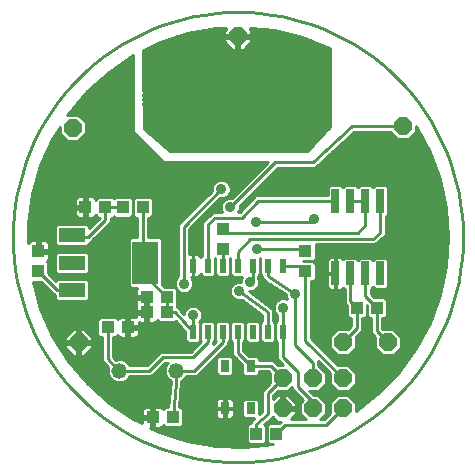
<source format=gtl>
G75*
G70*
%OFA0B0*%
%FSLAX24Y24*%
%IPPOS*%
%LPD*%
%AMOC8*
5,1,8,0,0,1.08239X$1,22.5*
%
%ADD10C,0.0100*%
%ADD11R,0.0236X0.0472*%
%ADD12C,0.0520*%
%ADD13R,0.0260X0.0800*%
%ADD14OC8,0.0600*%
%ADD15R,0.0315X0.0394*%
%ADD16R,0.0394X0.0433*%
%ADD17R,0.0433X0.0394*%
%ADD18R,0.0880X0.0480*%
%ADD19R,0.0866X0.1417*%
%ADD20C,0.0360*%
%ADD21C,0.0160*%
D10*
X002846Y002823D02*
X003843Y002823D01*
X003884Y002807D02*
X004039Y002807D01*
X004182Y002866D01*
X004292Y002976D01*
X004309Y003017D01*
X005033Y003017D01*
X005486Y003470D01*
X005576Y003470D01*
X005531Y003424D01*
X005471Y003281D01*
X005471Y003126D01*
X005531Y002982D01*
X005640Y002873D01*
X005668Y002861D01*
X005593Y001977D01*
X005476Y001977D01*
X005422Y001923D01*
X005413Y001939D01*
X005385Y001967D01*
X005351Y001987D01*
X005313Y001997D01*
X005125Y001997D01*
X005125Y001698D01*
X005028Y001698D01*
X005028Y001602D01*
X004710Y001602D01*
X004710Y001442D01*
X004411Y001588D01*
X003602Y002134D01*
X002876Y002787D01*
X002248Y003536D01*
X001731Y004364D01*
X001333Y005256D01*
X001072Y006169D01*
X001353Y006169D01*
X001812Y005710D01*
X001821Y005710D01*
X001821Y005596D01*
X001897Y005520D01*
X002885Y005520D01*
X002961Y005596D01*
X002961Y006184D01*
X002885Y006260D01*
X001897Y006260D01*
X001834Y006197D01*
X001588Y006443D01*
X001588Y006786D01*
X001535Y006839D01*
X001550Y006848D01*
X001578Y006876D01*
X001598Y006910D01*
X001608Y006948D01*
X001608Y007136D01*
X001310Y007136D01*
X001310Y007233D01*
X001608Y007233D01*
X001608Y007421D01*
X001598Y007459D01*
X001578Y007493D01*
X001550Y007521D01*
X001516Y007541D01*
X001478Y007551D01*
X001310Y007551D01*
X001310Y007233D01*
X001213Y007233D01*
X001213Y007551D01*
X001045Y007551D01*
X001007Y007541D01*
X000972Y007521D01*
X000944Y007493D01*
X000928Y007465D01*
X000928Y008138D01*
X001064Y009105D01*
X001333Y010044D01*
X001731Y010936D01*
X001981Y011337D01*
X001981Y011122D01*
X002233Y010870D01*
X002589Y010870D01*
X002841Y011122D01*
X002841Y011478D01*
X002589Y011730D01*
X002233Y011730D01*
X002216Y011712D01*
X002248Y011764D01*
X002876Y012513D01*
X003602Y013166D01*
X004411Y013712D01*
X004411Y011150D01*
X005411Y010150D01*
X008907Y010150D01*
X007717Y008960D01*
X007600Y008960D01*
X007486Y008913D01*
X007399Y008826D01*
X007351Y008712D01*
X007351Y008588D01*
X007396Y008480D01*
X007171Y008480D01*
X007107Y008487D01*
X007098Y008480D01*
X007087Y008480D01*
X007041Y008434D01*
X006848Y008280D01*
X006837Y008280D01*
X006791Y008234D01*
X006741Y008194D01*
X006739Y008183D01*
X006731Y008175D01*
X006731Y008110D01*
X006724Y008046D01*
X006731Y008037D01*
X006731Y007061D01*
X006669Y006998D01*
X006649Y007031D01*
X006622Y007059D01*
X006587Y007078D01*
X006549Y007089D01*
X006420Y007089D01*
X006420Y006711D01*
X006402Y006711D01*
X006402Y007089D01*
X006291Y007089D01*
X006291Y007925D01*
X007306Y008940D01*
X007423Y008940D01*
X007537Y008987D01*
X007624Y009074D01*
X007671Y009188D01*
X007671Y009312D01*
X007624Y009426D01*
X007537Y009513D01*
X007423Y009560D01*
X007300Y009560D01*
X007186Y009513D01*
X007099Y009426D01*
X007051Y009312D01*
X007051Y009195D01*
X005931Y008075D01*
X005931Y006358D01*
X005849Y006276D01*
X005801Y006162D01*
X005801Y006038D01*
X005834Y005959D01*
X005816Y005977D01*
X005474Y005977D01*
X005394Y006056D01*
X005394Y007563D01*
X005318Y007639D01*
X004926Y007639D01*
X004926Y008303D01*
X004997Y008303D01*
X005073Y008380D01*
X005073Y008920D01*
X004997Y008997D01*
X004495Y008997D01*
X004419Y008920D01*
X004419Y008380D01*
X004495Y008303D01*
X004566Y008303D01*
X004566Y007639D01*
X004344Y007639D01*
X004268Y007563D01*
X004268Y006037D01*
X004344Y005961D01*
X004563Y005961D01*
X004540Y005939D01*
X004520Y005905D01*
X004510Y005867D01*
X004510Y005698D01*
X004828Y005698D01*
X004828Y005602D01*
X004510Y005602D01*
X004510Y005433D01*
X004519Y005400D01*
X004510Y005367D01*
X004510Y005198D01*
X004828Y005198D01*
X004828Y005102D01*
X004510Y005102D01*
X004510Y004989D01*
X004482Y004997D01*
X004294Y004997D01*
X004294Y004698D01*
X004613Y004698D01*
X004613Y004811D01*
X004640Y004803D01*
X004828Y004803D01*
X004828Y005102D01*
X004925Y005102D01*
X004925Y004803D01*
X005113Y004803D01*
X005151Y004813D01*
X005185Y004833D01*
X005213Y004861D01*
X005222Y004877D01*
X005276Y004823D01*
X005816Y004823D01*
X005842Y004849D01*
X006163Y004501D01*
X006163Y004208D01*
X006239Y004131D01*
X006583Y004131D01*
X006659Y004208D01*
X006659Y004788D01*
X006623Y004824D01*
X006674Y004874D01*
X006721Y004988D01*
X006721Y005112D01*
X006674Y005226D01*
X006587Y005313D01*
X006473Y005360D01*
X006350Y005360D01*
X006236Y005313D01*
X006149Y005226D01*
X006101Y005112D01*
X006101Y005099D01*
X005989Y005220D01*
X005989Y005225D01*
X005939Y005275D01*
X005893Y005325D01*
X005893Y005880D01*
X005936Y005837D01*
X006050Y005790D01*
X006173Y005790D01*
X006287Y005837D01*
X006374Y005924D01*
X006421Y006038D01*
X006421Y006162D01*
X006374Y006276D01*
X006334Y006316D01*
X006402Y006316D01*
X006402Y006693D01*
X006420Y006693D01*
X006420Y006316D01*
X006549Y006316D01*
X006587Y006326D01*
X006622Y006346D01*
X006649Y006374D01*
X006669Y006407D01*
X006739Y006336D01*
X007083Y006336D01*
X007159Y006412D01*
X007159Y006939D01*
X007163Y006939D01*
X007163Y006412D01*
X007239Y006336D01*
X007583Y006336D01*
X007659Y006412D01*
X007659Y006939D01*
X007663Y006939D01*
X007663Y006412D01*
X007739Y006336D01*
X008059Y006336D01*
X008049Y006326D01*
X008001Y006212D01*
X008001Y006160D01*
X007900Y006160D01*
X007786Y006113D01*
X007699Y006026D01*
X007651Y005912D01*
X007651Y005788D01*
X007699Y005674D01*
X007786Y005587D01*
X007900Y005540D01*
X008023Y005540D01*
X008059Y005555D01*
X008731Y005059D01*
X008731Y004856D01*
X008663Y004788D01*
X008663Y004208D01*
X008739Y004131D01*
X009083Y004131D01*
X009159Y004208D01*
X009159Y004788D01*
X009091Y004856D01*
X009091Y005091D01*
X009100Y005103D01*
X009091Y005164D01*
X009091Y005225D01*
X009080Y005235D01*
X009078Y005251D01*
X009029Y005287D01*
X008986Y005330D01*
X008970Y005330D01*
X008278Y005840D01*
X008373Y005840D01*
X008487Y005887D01*
X008574Y005974D01*
X008621Y006088D01*
X008621Y006212D01*
X008591Y006284D01*
X008591Y006344D01*
X008659Y006412D01*
X008659Y006955D01*
X008663Y006957D01*
X008663Y006412D01*
X008728Y006347D01*
X008731Y006332D01*
X008731Y006275D01*
X008746Y006261D01*
X008749Y006242D01*
X008797Y006210D01*
X008837Y006170D01*
X008857Y006170D01*
X009501Y005740D01*
X009501Y005688D01*
X009546Y005580D01*
X009473Y005610D01*
X009350Y005610D01*
X009236Y005563D01*
X009149Y005476D01*
X009101Y005362D01*
X009101Y005238D01*
X009149Y005124D01*
X009231Y005042D01*
X009231Y004856D01*
X009163Y004788D01*
X009163Y004208D01*
X009231Y004139D01*
X009231Y003575D01*
X009337Y003470D01*
X009427Y003380D01*
X009236Y003380D01*
X009077Y003539D01*
X008632Y003539D01*
X008632Y003609D01*
X008556Y003686D01*
X008272Y003686D01*
X008091Y003866D01*
X008091Y004139D01*
X008159Y004208D01*
X008159Y004788D01*
X008083Y004864D01*
X007739Y004864D01*
X007663Y004788D01*
X007663Y004208D01*
X007731Y004139D01*
X007731Y003717D01*
X007837Y003612D01*
X008057Y003392D01*
X008057Y003108D01*
X008133Y003032D01*
X008556Y003032D01*
X008632Y003108D01*
X008632Y003179D01*
X008928Y003179D01*
X008981Y003125D01*
X008981Y002775D01*
X008731Y002525D01*
X008731Y001835D01*
X008632Y001754D01*
X008632Y002192D01*
X008556Y002268D01*
X008133Y002268D01*
X008057Y002192D01*
X008057Y001691D01*
X008133Y001614D01*
X008452Y001614D01*
X008406Y001568D01*
X008355Y001527D01*
X008354Y001516D01*
X008347Y001509D01*
X008347Y001447D01*
X008276Y001447D01*
X008200Y001370D01*
X008200Y000830D01*
X008276Y000753D01*
X008777Y000753D01*
X008854Y000830D01*
X008854Y001370D01*
X008799Y001425D01*
X008976Y001570D01*
X008986Y001570D01*
X009032Y001616D01*
X009074Y001651D01*
X009225Y001500D01*
X009341Y001500D01*
X009316Y001475D01*
X009288Y001447D01*
X008945Y001447D01*
X008869Y001370D01*
X008869Y000830D01*
X008945Y000753D01*
X009099Y000753D01*
X008156Y000654D01*
X007180Y000688D01*
X006218Y000858D01*
X005289Y001160D01*
X004995Y001303D01*
X005028Y001303D01*
X005028Y001602D01*
X005125Y001602D01*
X005125Y001303D01*
X005313Y001303D01*
X005351Y001313D01*
X005385Y001333D01*
X005413Y001361D01*
X005422Y001377D01*
X005476Y001323D01*
X006016Y001323D01*
X006093Y001399D01*
X006093Y001901D01*
X006016Y001977D01*
X005954Y001977D01*
X006029Y002850D01*
X006082Y002873D01*
X006192Y002982D01*
X006209Y003023D01*
X006539Y003023D01*
X007486Y003970D01*
X007591Y004075D01*
X007591Y004139D01*
X007659Y004208D01*
X007659Y004788D01*
X007583Y004864D01*
X007239Y004864D01*
X007163Y004788D01*
X007163Y004208D01*
X007189Y004182D01*
X007091Y004085D01*
X007091Y004139D01*
X007159Y004208D01*
X007159Y004788D01*
X007083Y004864D01*
X006739Y004864D01*
X006663Y004788D01*
X006663Y004208D01*
X006689Y004182D01*
X006337Y003830D01*
X005337Y003830D01*
X005231Y003725D01*
X004883Y003377D01*
X004309Y003377D01*
X004292Y003418D01*
X004182Y003527D01*
X004039Y003587D01*
X003884Y003587D01*
X003843Y003570D01*
X003757Y003656D01*
X003757Y004323D01*
X003847Y004323D01*
X003900Y004377D01*
X003909Y004361D01*
X003937Y004333D01*
X003972Y004313D01*
X004010Y004303D01*
X004198Y004303D01*
X004198Y004602D01*
X004294Y004602D01*
X004294Y004303D01*
X004482Y004303D01*
X004520Y004313D01*
X004555Y004333D01*
X004583Y004361D01*
X004602Y004395D01*
X004613Y004433D01*
X004613Y004602D01*
X004294Y004602D01*
X004294Y004698D01*
X004198Y004698D01*
X004198Y004997D01*
X004010Y004997D01*
X003972Y004987D01*
X003937Y004967D01*
X003909Y004939D01*
X003900Y004923D01*
X003847Y004977D01*
X003306Y004977D01*
X003230Y004901D01*
X003230Y004399D01*
X003306Y004323D01*
X003397Y004323D01*
X003397Y003507D01*
X003588Y003315D01*
X003571Y003274D01*
X003571Y003119D01*
X003631Y002976D01*
X003740Y002866D01*
X003884Y002807D01*
X004079Y002823D02*
X005665Y002823D01*
X005657Y002725D02*
X002945Y002725D01*
X003055Y002626D02*
X005648Y002626D01*
X005640Y002528D02*
X003164Y002528D01*
X003273Y002429D02*
X005632Y002429D01*
X005623Y002331D02*
X003383Y002331D01*
X003492Y002232D02*
X005615Y002232D01*
X005606Y002134D02*
X003602Y002134D01*
X003748Y002035D02*
X005598Y002035D01*
X005436Y001937D02*
X005414Y001937D01*
X005125Y001937D02*
X005028Y001937D01*
X005028Y001997D02*
X004840Y001997D01*
X004802Y001987D01*
X004768Y001967D01*
X004740Y001939D01*
X004720Y001905D01*
X004710Y001867D01*
X004710Y001698D01*
X005028Y001698D01*
X005028Y001997D01*
X005028Y001838D02*
X005125Y001838D01*
X005125Y001740D02*
X005028Y001740D01*
X005028Y001641D02*
X004332Y001641D01*
X004186Y001740D02*
X004710Y001740D01*
X004710Y001838D02*
X004040Y001838D01*
X003894Y001937D02*
X004739Y001937D01*
X004710Y001543D02*
X004503Y001543D01*
X004705Y001444D02*
X004710Y001444D01*
X005028Y001444D02*
X005125Y001444D01*
X005125Y001346D02*
X005028Y001346D01*
X005109Y001247D02*
X008200Y001247D01*
X008200Y001149D02*
X005322Y001149D01*
X005398Y001346D02*
X005453Y001346D01*
X005625Y001050D02*
X008200Y001050D01*
X008200Y000952D02*
X005928Y000952D01*
X006243Y000853D02*
X008200Y000853D01*
X008274Y000755D02*
X006802Y000755D01*
X006039Y001346D02*
X008200Y001346D01*
X008274Y001444D02*
X006093Y001444D01*
X006093Y001543D02*
X008375Y001543D01*
X008527Y001435D02*
X008911Y001750D01*
X008911Y002450D01*
X009411Y002950D01*
X009003Y003359D01*
X008344Y003359D01*
X007911Y003792D01*
X007911Y004498D01*
X007663Y004498D02*
X007659Y004498D01*
X007659Y004596D02*
X007663Y004596D01*
X007659Y004695D02*
X007663Y004695D01*
X007654Y004793D02*
X007669Y004793D01*
X007411Y004498D02*
X007411Y004150D01*
X006465Y003203D01*
X005861Y003203D01*
X005877Y003188D01*
X005746Y001650D01*
X006093Y001641D02*
X007212Y001641D01*
X007201Y001652D02*
X007229Y001624D01*
X007263Y001605D01*
X007301Y001594D01*
X007450Y001594D01*
X007450Y001913D01*
X007507Y001913D01*
X007507Y001970D01*
X007786Y001970D01*
X007786Y002158D01*
X007776Y002196D01*
X007756Y002230D01*
X007728Y002258D01*
X007694Y002278D01*
X007655Y002288D01*
X007507Y002288D01*
X007507Y001970D01*
X007450Y001970D01*
X007450Y002288D01*
X007301Y002288D01*
X007263Y002278D01*
X007229Y002258D01*
X007201Y002230D01*
X007181Y002196D01*
X007171Y002158D01*
X007171Y001970D01*
X007450Y001970D01*
X007450Y001913D01*
X007171Y001913D01*
X007171Y001725D01*
X007181Y001687D01*
X007201Y001652D01*
X007171Y001740D02*
X006093Y001740D01*
X006093Y001838D02*
X007171Y001838D01*
X007171Y002035D02*
X005959Y002035D01*
X005968Y002134D02*
X007171Y002134D01*
X007203Y002232D02*
X005976Y002232D01*
X005985Y002331D02*
X008731Y002331D01*
X008731Y002429D02*
X005993Y002429D01*
X006001Y002528D02*
X008735Y002528D01*
X008833Y002626D02*
X006010Y002626D01*
X006018Y002725D02*
X008932Y002725D01*
X008981Y002823D02*
X006026Y002823D01*
X006132Y002922D02*
X008981Y002922D01*
X008981Y003020D02*
X006208Y003020D01*
X006635Y003119D02*
X007191Y003119D01*
X007191Y003108D02*
X007267Y003032D01*
X007690Y003032D01*
X007766Y003108D01*
X007766Y003609D01*
X007690Y003686D01*
X007267Y003686D01*
X007191Y003609D01*
X007191Y003108D01*
X007191Y003217D02*
X006733Y003217D01*
X006832Y003316D02*
X007191Y003316D01*
X007191Y003414D02*
X006930Y003414D01*
X007029Y003513D02*
X007191Y003513D01*
X007193Y003611D02*
X007127Y003611D01*
X007226Y003710D02*
X007739Y003710D01*
X007731Y003808D02*
X007324Y003808D01*
X007423Y003907D02*
X007731Y003907D01*
X007731Y004005D02*
X007521Y004005D01*
X007591Y004104D02*
X007731Y004104D01*
X007668Y004202D02*
X007654Y004202D01*
X007659Y004301D02*
X007663Y004301D01*
X007659Y004399D02*
X007663Y004399D01*
X008091Y004104D02*
X009231Y004104D01*
X009231Y004005D02*
X008091Y004005D01*
X008091Y003907D02*
X009231Y003907D01*
X009231Y003808D02*
X008149Y003808D01*
X008248Y003710D02*
X009231Y003710D01*
X009231Y003611D02*
X008630Y003611D01*
X009103Y003513D02*
X009294Y003513D01*
X009201Y003414D02*
X009392Y003414D01*
X009411Y003650D02*
X009411Y004498D01*
X009411Y005300D01*
X009122Y005187D02*
X009091Y005187D01*
X009091Y005089D02*
X009184Y005089D01*
X009231Y004990D02*
X009091Y004990D01*
X009091Y004892D02*
X009231Y004892D01*
X009169Y004793D02*
X009154Y004793D01*
X009159Y004695D02*
X009163Y004695D01*
X009159Y004596D02*
X009163Y004596D01*
X009159Y004498D02*
X009163Y004498D01*
X009159Y004399D02*
X009163Y004399D01*
X009159Y004301D02*
X009163Y004301D01*
X009154Y004202D02*
X009168Y004202D01*
X008911Y004498D02*
X008911Y005150D01*
X007961Y005850D01*
X007799Y005581D02*
X005893Y005581D01*
X005893Y005483D02*
X008156Y005483D01*
X008290Y005384D02*
X005893Y005384D01*
X005928Y005286D02*
X006209Y005286D01*
X006133Y005187D02*
X006019Y005187D01*
X005809Y005150D02*
X006411Y004498D01*
X006411Y005050D01*
X006654Y004793D02*
X006669Y004793D01*
X006659Y004695D02*
X006663Y004695D01*
X006659Y004596D02*
X006663Y004596D01*
X006659Y004498D02*
X006663Y004498D01*
X006659Y004399D02*
X006663Y004399D01*
X006659Y004301D02*
X006663Y004301D01*
X006654Y004202D02*
X006668Y004202D01*
X006611Y004104D02*
X003757Y004104D01*
X003757Y004202D02*
X006168Y004202D01*
X006163Y004301D02*
X003757Y004301D01*
X003757Y004005D02*
X006512Y004005D01*
X006414Y003907D02*
X003757Y003907D01*
X003757Y003808D02*
X005315Y003808D01*
X005217Y003710D02*
X003757Y003710D01*
X003801Y003611D02*
X005118Y003611D01*
X005020Y003513D02*
X004197Y003513D01*
X004293Y003414D02*
X004921Y003414D01*
X004958Y003197D02*
X005411Y003650D01*
X006411Y003650D01*
X006911Y004150D01*
X006911Y004498D01*
X007159Y004498D02*
X007163Y004498D01*
X007159Y004596D02*
X007163Y004596D01*
X007159Y004695D02*
X007163Y004695D01*
X007154Y004793D02*
X007169Y004793D01*
X007159Y004399D02*
X007163Y004399D01*
X007159Y004301D02*
X007163Y004301D01*
X007154Y004202D02*
X007168Y004202D01*
X007111Y004104D02*
X007091Y004104D01*
X007764Y003611D02*
X007837Y003611D01*
X007766Y003513D02*
X007936Y003513D01*
X008034Y003414D02*
X007766Y003414D01*
X007766Y003316D02*
X008057Y003316D01*
X008057Y003217D02*
X007766Y003217D01*
X007766Y003119D02*
X008057Y003119D01*
X008632Y003119D02*
X008981Y003119D01*
X009236Y002520D02*
X009589Y002520D01*
X009731Y002662D01*
X009731Y002575D01*
X009837Y002470D01*
X010080Y002227D01*
X009981Y002128D01*
X009981Y001772D01*
X010173Y001580D01*
X009678Y001580D01*
X009861Y001764D01*
X009861Y001900D01*
X009461Y001900D01*
X009461Y002000D01*
X009361Y002000D01*
X009361Y002400D01*
X009225Y002400D01*
X009091Y002266D01*
X009091Y002375D01*
X009236Y002520D01*
X009145Y002429D02*
X009877Y002429D01*
X009976Y002331D02*
X009667Y002331D01*
X009598Y002400D02*
X009461Y002400D01*
X009461Y002000D01*
X009861Y002000D01*
X009861Y002136D01*
X009598Y002400D01*
X009597Y002528D02*
X009779Y002528D01*
X009731Y002626D02*
X009696Y002626D01*
X009911Y002650D02*
X009911Y003150D01*
X009411Y003650D01*
X009811Y004050D02*
X010411Y003450D01*
X010411Y002950D01*
X010696Y002626D02*
X011127Y002626D01*
X011225Y002528D02*
X010597Y002528D01*
X010589Y002520D02*
X010841Y002772D01*
X010841Y003128D01*
X010591Y003378D01*
X010591Y003515D01*
X010981Y003125D01*
X010981Y002772D01*
X011233Y002520D01*
X011589Y002520D01*
X011841Y002772D01*
X011841Y003128D01*
X011589Y003380D01*
X011236Y003380D01*
X010341Y004275D01*
X010341Y006189D01*
X010432Y006189D01*
X010508Y006265D01*
X010508Y006766D01*
X010432Y006842D01*
X010089Y006842D01*
X010073Y006858D01*
X010432Y006858D01*
X010508Y006934D01*
X010508Y007420D01*
X012401Y007420D01*
X012466Y007413D01*
X012474Y007420D01*
X012486Y007420D01*
X012532Y007466D01*
X012724Y007620D01*
X012736Y007620D01*
X012782Y007666D01*
X012832Y007706D01*
X012833Y007717D01*
X012841Y007725D01*
X012841Y007790D01*
X012848Y007854D01*
X012841Y007863D01*
X012841Y008330D01*
X012845Y008330D01*
X012921Y008406D01*
X012921Y009314D01*
X012845Y009390D01*
X012477Y009390D01*
X012411Y009324D01*
X012345Y009390D01*
X011977Y009390D01*
X011911Y009324D01*
X011845Y009390D01*
X011477Y009390D01*
X011411Y009324D01*
X011345Y009390D01*
X010977Y009390D01*
X010901Y009314D01*
X010901Y009040D01*
X008641Y009040D01*
X008637Y009043D01*
X008567Y009040D01*
X008497Y009040D01*
X008493Y009037D01*
X008488Y009036D01*
X008441Y008984D01*
X008391Y008935D01*
X008391Y008930D01*
X007982Y008480D01*
X007926Y008480D01*
X007971Y008588D01*
X007971Y008705D01*
X009236Y009970D01*
X010408Y009970D01*
X010479Y009967D01*
X010482Y009970D01*
X010486Y009970D01*
X010536Y010020D01*
X011782Y011170D01*
X012983Y011170D01*
X013233Y010920D01*
X013589Y010920D01*
X013841Y011172D01*
X013841Y011368D01*
X013848Y011359D01*
X014306Y010497D01*
X014640Y009579D01*
X014843Y008624D01*
X014911Y007650D01*
X012766Y007650D01*
X012841Y007749D02*
X014904Y007749D01*
X014898Y007847D02*
X012848Y007847D01*
X012841Y007946D02*
X014891Y007946D01*
X014884Y008044D02*
X012841Y008044D01*
X012841Y008143D02*
X014877Y008143D01*
X014870Y008241D02*
X012841Y008241D01*
X012855Y008340D02*
X014863Y008340D01*
X014856Y008438D02*
X012921Y008438D01*
X012921Y008537D02*
X014849Y008537D01*
X014841Y008635D02*
X012921Y008635D01*
X012921Y008734D02*
X014820Y008734D01*
X014799Y008832D02*
X012921Y008832D01*
X012921Y008931D02*
X014778Y008931D01*
X014757Y009029D02*
X012921Y009029D01*
X012921Y009128D02*
X014736Y009128D01*
X014715Y009226D02*
X012921Y009226D01*
X012911Y009325D02*
X014694Y009325D01*
X014673Y009423D02*
X008689Y009423D01*
X008787Y009522D02*
X014652Y009522D01*
X014625Y009620D02*
X008886Y009620D01*
X008984Y009719D02*
X014590Y009719D01*
X014554Y009817D02*
X009083Y009817D01*
X009181Y009916D02*
X014518Y009916D01*
X014482Y010014D02*
X010530Y010014D01*
X010636Y010113D02*
X014446Y010113D01*
X014410Y010211D02*
X010743Y010211D01*
X010850Y010310D02*
X014374Y010310D01*
X014339Y010408D02*
X010956Y010408D01*
X011063Y010507D02*
X014301Y010507D01*
X014249Y010605D02*
X011170Y010605D01*
X011276Y010704D02*
X014196Y010704D01*
X014144Y010802D02*
X011383Y010802D01*
X011490Y010901D02*
X014092Y010901D01*
X014039Y010999D02*
X013668Y010999D01*
X013767Y011098D02*
X013987Y011098D01*
X013935Y011196D02*
X013841Y011196D01*
X013841Y011295D02*
X013882Y011295D01*
X013411Y011350D02*
X011711Y011350D01*
X010411Y010150D01*
X009161Y010150D01*
X007661Y008650D01*
X007373Y008537D02*
X006902Y008537D01*
X007001Y008635D02*
X007351Y008635D01*
X007360Y008734D02*
X007099Y008734D01*
X007198Y008832D02*
X007405Y008832D01*
X007296Y008931D02*
X007528Y008931D01*
X007579Y009029D02*
X007786Y009029D01*
X007884Y009128D02*
X007646Y009128D01*
X007671Y009226D02*
X007983Y009226D01*
X008081Y009325D02*
X007666Y009325D01*
X007625Y009423D02*
X008180Y009423D01*
X008278Y009522D02*
X007516Y009522D01*
X007207Y009522D02*
X001184Y009522D01*
X001212Y009620D02*
X008377Y009620D01*
X008475Y009719D02*
X001240Y009719D01*
X001268Y009817D02*
X008574Y009817D01*
X008672Y009916D02*
X001297Y009916D01*
X001325Y010014D02*
X008771Y010014D01*
X008869Y010113D02*
X001364Y010113D01*
X001408Y010211D02*
X005350Y010211D01*
X005252Y010310D02*
X001452Y010310D01*
X001495Y010408D02*
X005153Y010408D01*
X005055Y010507D02*
X001539Y010507D01*
X001583Y010605D02*
X004956Y010605D01*
X004858Y010704D02*
X001627Y010704D01*
X001671Y010802D02*
X004759Y010802D01*
X004661Y010901D02*
X002620Y010901D01*
X002718Y010999D02*
X004562Y010999D01*
X004464Y011098D02*
X002817Y011098D01*
X002841Y011196D02*
X004411Y011196D01*
X004411Y011295D02*
X002841Y011295D01*
X002841Y011393D02*
X004411Y011393D01*
X004411Y011492D02*
X002828Y011492D01*
X002729Y011590D02*
X004411Y011590D01*
X004411Y011689D02*
X002631Y011689D01*
X002350Y011886D02*
X004411Y011886D01*
X004411Y011984D02*
X002432Y011984D01*
X002515Y012083D02*
X004411Y012083D01*
X004411Y012181D02*
X002598Y012181D01*
X002680Y012280D02*
X004411Y012280D01*
X004411Y012378D02*
X002763Y012378D01*
X002846Y012477D02*
X004411Y012477D01*
X004411Y012575D02*
X002945Y012575D01*
X003055Y012674D02*
X004411Y012674D01*
X004411Y012772D02*
X003164Y012772D01*
X003273Y012871D02*
X004411Y012871D01*
X004411Y012969D02*
X003383Y012969D01*
X003492Y013068D02*
X004411Y013068D01*
X004411Y013166D02*
X003602Y013166D01*
X003748Y013265D02*
X004411Y013265D01*
X004411Y013363D02*
X003894Y013363D01*
X004040Y013462D02*
X004411Y013462D01*
X004411Y013560D02*
X004186Y013560D01*
X004332Y013659D02*
X004411Y013659D01*
X004411Y011787D02*
X002267Y011787D01*
X001981Y011295D02*
X001955Y011295D01*
X001981Y011196D02*
X001893Y011196D01*
X001831Y011098D02*
X002006Y011098D01*
X002104Y010999D02*
X001770Y010999D01*
X001715Y010901D02*
X002203Y010901D01*
X001155Y009423D02*
X007097Y009423D01*
X007057Y009325D02*
X001127Y009325D01*
X001099Y009226D02*
X007051Y009226D01*
X006984Y009128D02*
X001071Y009128D01*
X001054Y009029D02*
X006886Y009029D01*
X006787Y008931D02*
X005063Y008931D01*
X005073Y008832D02*
X006689Y008832D01*
X006590Y008734D02*
X005073Y008734D01*
X005073Y008635D02*
X006492Y008635D01*
X006393Y008537D02*
X005073Y008537D01*
X005073Y008438D02*
X006295Y008438D01*
X006196Y008340D02*
X005033Y008340D01*
X004926Y008241D02*
X006098Y008241D01*
X005999Y008143D02*
X004926Y008143D01*
X004926Y008044D02*
X005931Y008044D01*
X005931Y007946D02*
X004926Y007946D01*
X004926Y007847D02*
X005931Y007847D01*
X005931Y007749D02*
X004926Y007749D01*
X004926Y007650D02*
X005931Y007650D01*
X005931Y007551D02*
X005394Y007551D01*
X005394Y007453D02*
X005931Y007453D01*
X005931Y007354D02*
X005394Y007354D01*
X005394Y007256D02*
X005931Y007256D01*
X005931Y007157D02*
X005394Y007157D01*
X005394Y007059D02*
X005931Y007059D01*
X005931Y006960D02*
X005394Y006960D01*
X005394Y006862D02*
X005931Y006862D01*
X005931Y006763D02*
X005394Y006763D01*
X005394Y006665D02*
X005931Y006665D01*
X005931Y006566D02*
X005394Y006566D01*
X005394Y006468D02*
X005931Y006468D01*
X005931Y006369D02*
X005394Y006369D01*
X005394Y006271D02*
X005847Y006271D01*
X005806Y006172D02*
X005394Y006172D01*
X005394Y006074D02*
X005801Y006074D01*
X005818Y005975D02*
X005827Y005975D01*
X005893Y005877D02*
X005896Y005877D01*
X005893Y005778D02*
X007655Y005778D01*
X007651Y005877D02*
X006327Y005877D01*
X006395Y005975D02*
X007678Y005975D01*
X007747Y006074D02*
X006421Y006074D01*
X006417Y006172D02*
X008001Y006172D01*
X008026Y006271D02*
X006376Y006271D01*
X006402Y006369D02*
X006420Y006369D01*
X006420Y006468D02*
X006402Y006468D01*
X006402Y006566D02*
X006420Y006566D01*
X006420Y006665D02*
X006402Y006665D01*
X006402Y006763D02*
X006420Y006763D01*
X006420Y006862D02*
X006402Y006862D01*
X006402Y006960D02*
X006420Y006960D01*
X006420Y007059D02*
X006402Y007059D01*
X006291Y007157D02*
X006731Y007157D01*
X006730Y007059D02*
X006621Y007059D01*
X006731Y007256D02*
X006291Y007256D01*
X006291Y007354D02*
X006731Y007354D01*
X006731Y007453D02*
X006291Y007453D01*
X006291Y007551D02*
X006731Y007551D01*
X006731Y007650D02*
X006291Y007650D01*
X006291Y007749D02*
X006731Y007749D01*
X006731Y007847D02*
X006291Y007847D01*
X006311Y007946D02*
X006731Y007946D01*
X006726Y008044D02*
X006410Y008044D01*
X006508Y008143D02*
X006731Y008143D01*
X006798Y008241D02*
X006607Y008241D01*
X006705Y008340D02*
X006923Y008340D01*
X006804Y008438D02*
X007045Y008438D01*
X007161Y008300D02*
X006911Y008100D01*
X006911Y006702D01*
X007159Y006665D02*
X007163Y006665D01*
X007159Y006763D02*
X007163Y006763D01*
X007159Y006862D02*
X007163Y006862D01*
X007411Y006702D02*
X007411Y007265D01*
X007659Y006862D02*
X007663Y006862D01*
X007659Y006763D02*
X007663Y006763D01*
X007659Y006665D02*
X007663Y006665D01*
X007659Y006566D02*
X007663Y006566D01*
X007659Y006468D02*
X007663Y006468D01*
X007706Y006369D02*
X007617Y006369D01*
X007206Y006369D02*
X007117Y006369D01*
X007159Y006468D02*
X007163Y006468D01*
X007159Y006566D02*
X007163Y006566D01*
X006706Y006369D02*
X006645Y006369D01*
X006111Y006100D02*
X006111Y008000D01*
X007361Y009250D01*
X007999Y008734D02*
X008213Y008734D01*
X008302Y008832D02*
X008098Y008832D01*
X008196Y008931D02*
X008391Y008931D01*
X008482Y009029D02*
X008295Y009029D01*
X008393Y009128D02*
X010901Y009128D01*
X010901Y009226D02*
X008492Y009226D01*
X008590Y009325D02*
X010912Y009325D01*
X011411Y009325D02*
X011412Y009325D01*
X011911Y009325D02*
X011912Y009325D01*
X012161Y008860D02*
X011661Y008860D01*
X011161Y008860D02*
X008571Y008860D01*
X008061Y008300D01*
X007161Y008300D01*
X007411Y007935D02*
X007596Y007800D01*
X011911Y007800D01*
X012161Y008050D01*
X012161Y008860D01*
X012661Y008860D02*
X012661Y007800D01*
X012411Y007600D01*
X008311Y007600D01*
X007911Y007150D01*
X007911Y006702D01*
X008411Y006702D02*
X008411Y006250D01*
X008311Y006150D01*
X008462Y005877D02*
X009296Y005877D01*
X009149Y005975D02*
X008575Y005975D01*
X008615Y006074D02*
X009001Y006074D01*
X008834Y006172D02*
X008621Y006172D01*
X008597Y006271D02*
X008736Y006271D01*
X008706Y006369D02*
X008617Y006369D01*
X008659Y006468D02*
X008663Y006468D01*
X008659Y006566D02*
X008663Y006566D01*
X008659Y006665D02*
X008663Y006665D01*
X008659Y006763D02*
X008663Y006763D01*
X008659Y006862D02*
X008663Y006862D01*
X008911Y006702D02*
X008911Y006350D01*
X009811Y005750D01*
X009811Y004050D01*
X010161Y004200D02*
X011411Y002950D01*
X010981Y002922D02*
X010841Y002922D01*
X010841Y003020D02*
X010981Y003020D01*
X010981Y003119D02*
X010841Y003119D01*
X010889Y003217D02*
X010752Y003217D01*
X010791Y003316D02*
X010653Y003316D01*
X010692Y003414D02*
X010591Y003414D01*
X010591Y003513D02*
X010594Y003513D01*
X010807Y003808D02*
X011145Y003808D01*
X011233Y003720D02*
X010981Y003972D01*
X010981Y004328D01*
X011233Y004580D01*
X011587Y004580D01*
X011697Y004690D01*
X011697Y004953D01*
X011626Y004953D01*
X011550Y005030D01*
X011550Y005372D01*
X011481Y005441D01*
X011481Y005910D01*
X011477Y005910D01*
X011422Y005966D01*
X011411Y005948D01*
X011383Y005920D01*
X011349Y005900D01*
X011311Y005890D01*
X011176Y005890D01*
X011176Y006425D01*
X011146Y006425D01*
X010881Y006425D01*
X010881Y006020D01*
X010892Y005982D01*
X010911Y005948D01*
X010939Y005920D01*
X010973Y005900D01*
X011012Y005890D01*
X011146Y005890D01*
X011146Y006425D01*
X011146Y006455D01*
X010881Y006455D01*
X010881Y006860D01*
X010892Y006898D01*
X010911Y006932D01*
X010939Y006960D01*
X010973Y006980D01*
X011012Y006990D01*
X011146Y006990D01*
X011146Y006455D01*
X011176Y006455D01*
X011176Y006990D01*
X011311Y006990D01*
X011349Y006980D01*
X011383Y006960D01*
X011411Y006932D01*
X011422Y006914D01*
X011477Y006970D01*
X011845Y006970D01*
X011911Y006904D01*
X011977Y006970D01*
X012345Y006970D01*
X012411Y006904D01*
X012477Y006970D01*
X012845Y006970D01*
X012921Y006894D01*
X012921Y005986D01*
X012845Y005910D01*
X012477Y005910D01*
X012411Y005976D01*
X012345Y005910D01*
X012341Y005910D01*
X012341Y005759D01*
X012454Y005647D01*
X012797Y005647D01*
X012873Y005570D01*
X012873Y005030D01*
X012797Y004953D01*
X012726Y004953D01*
X012726Y004590D01*
X012736Y004580D01*
X013089Y004580D01*
X013341Y004328D01*
X013341Y003972D01*
X013089Y003720D01*
X012733Y003720D01*
X012481Y003972D01*
X012481Y004325D01*
X012366Y004441D01*
X012366Y004953D01*
X012295Y004953D01*
X012219Y005030D01*
X012219Y005372D01*
X012204Y005388D01*
X012204Y005030D01*
X012127Y004953D01*
X012057Y004953D01*
X012057Y004541D01*
X011841Y004325D01*
X011841Y003972D01*
X011589Y003720D01*
X011233Y003720D01*
X011103Y003513D02*
X013537Y003513D01*
X013465Y003414D02*
X011201Y003414D01*
X011004Y003611D02*
X013609Y003611D01*
X013680Y003710D02*
X010906Y003710D01*
X011046Y003907D02*
X010709Y003907D01*
X010610Y004005D02*
X010981Y004005D01*
X010981Y004104D02*
X010512Y004104D01*
X010413Y004202D02*
X010981Y004202D01*
X010981Y004301D02*
X010341Y004301D01*
X010341Y004399D02*
X011053Y004399D01*
X011151Y004498D02*
X010341Y004498D01*
X010341Y004596D02*
X011603Y004596D01*
X011697Y004695D02*
X010341Y004695D01*
X010341Y004793D02*
X011697Y004793D01*
X011697Y004892D02*
X010341Y004892D01*
X010341Y004990D02*
X011589Y004990D01*
X011550Y005089D02*
X010341Y005089D01*
X010341Y005187D02*
X011550Y005187D01*
X011550Y005286D02*
X010341Y005286D01*
X010341Y005384D02*
X011538Y005384D01*
X011481Y005483D02*
X010341Y005483D01*
X010341Y005581D02*
X011481Y005581D01*
X011481Y005680D02*
X010341Y005680D01*
X010341Y005778D02*
X011481Y005778D01*
X011481Y005877D02*
X010341Y005877D01*
X010341Y005975D02*
X010895Y005975D01*
X010881Y006074D02*
X010341Y006074D01*
X010341Y006172D02*
X010881Y006172D01*
X010881Y006271D02*
X010508Y006271D01*
X010508Y006369D02*
X010881Y006369D01*
X010881Y006468D02*
X010508Y006468D01*
X010508Y006566D02*
X010881Y006566D01*
X010881Y006665D02*
X010508Y006665D01*
X010508Y006763D02*
X010881Y006763D01*
X010882Y006862D02*
X010436Y006862D01*
X010508Y006960D02*
X010940Y006960D01*
X011146Y006960D02*
X011176Y006960D01*
X011176Y006862D02*
X011146Y006862D01*
X011146Y006763D02*
X011176Y006763D01*
X011176Y006665D02*
X011146Y006665D01*
X011146Y006566D02*
X011176Y006566D01*
X011176Y006468D02*
X011146Y006468D01*
X011146Y006369D02*
X011176Y006369D01*
X011176Y006271D02*
X011146Y006271D01*
X011146Y006172D02*
X011176Y006172D01*
X011176Y006074D02*
X011146Y006074D01*
X011146Y005975D02*
X011176Y005975D01*
X011661Y005515D02*
X011877Y005300D01*
X011877Y004615D01*
X011411Y004150D01*
X011678Y003808D02*
X012645Y003808D01*
X012546Y003907D02*
X011776Y003907D01*
X011841Y004005D02*
X012481Y004005D01*
X012481Y004104D02*
X011841Y004104D01*
X011841Y004202D02*
X012481Y004202D01*
X012481Y004301D02*
X011841Y004301D01*
X011915Y004399D02*
X012407Y004399D01*
X012366Y004498D02*
X012014Y004498D01*
X012057Y004596D02*
X012366Y004596D01*
X012366Y004695D02*
X012057Y004695D01*
X012057Y004793D02*
X012366Y004793D01*
X012366Y004892D02*
X012057Y004892D01*
X012164Y004990D02*
X012258Y004990D01*
X012219Y005089D02*
X012204Y005089D01*
X012204Y005187D02*
X012219Y005187D01*
X012219Y005286D02*
X012204Y005286D01*
X012204Y005384D02*
X012207Y005384D01*
X012161Y005685D02*
X012546Y005300D01*
X012546Y004515D01*
X012911Y004150D01*
X013341Y004104D02*
X013935Y004104D01*
X013987Y004202D02*
X013341Y004202D01*
X013341Y004301D02*
X014039Y004301D01*
X014092Y004399D02*
X013270Y004399D01*
X013171Y004498D02*
X014144Y004498D01*
X014196Y004596D02*
X012726Y004596D01*
X012726Y004695D02*
X014249Y004695D01*
X014301Y004793D02*
X012726Y004793D01*
X012726Y004892D02*
X014339Y004892D01*
X014306Y004803D02*
X013848Y003941D01*
X013274Y003150D01*
X012595Y002448D01*
X011841Y001859D01*
X011841Y002128D01*
X011589Y002380D01*
X011233Y002380D01*
X010981Y002128D01*
X010981Y001775D01*
X010787Y001580D01*
X010649Y001580D01*
X010841Y001772D01*
X010841Y002128D01*
X010589Y002380D01*
X010436Y002380D01*
X010296Y002520D01*
X010589Y002520D01*
X010638Y002331D02*
X011184Y002331D01*
X011086Y002232D02*
X010737Y002232D01*
X010835Y002134D02*
X010987Y002134D01*
X010981Y002035D02*
X010841Y002035D01*
X010841Y001937D02*
X010981Y001937D01*
X010981Y001838D02*
X010841Y001838D01*
X010809Y001740D02*
X010947Y001740D01*
X010848Y001641D02*
X010711Y001641D01*
X010861Y001400D02*
X009496Y001400D01*
X009196Y001100D01*
X008869Y001149D02*
X008854Y001149D01*
X008854Y001247D02*
X008869Y001247D01*
X008869Y001346D02*
X008854Y001346D01*
X008823Y001444D02*
X008943Y001444D01*
X008943Y001543D02*
X009182Y001543D01*
X009083Y001641D02*
X009063Y001641D01*
X009361Y002035D02*
X009461Y002035D01*
X009461Y001937D02*
X009981Y001937D01*
X009981Y002035D02*
X009861Y002035D01*
X009861Y002134D02*
X009987Y002134D01*
X010074Y002232D02*
X009765Y002232D01*
X009461Y002232D02*
X009361Y002232D01*
X009361Y002134D02*
X009461Y002134D01*
X009461Y002331D02*
X009361Y002331D01*
X009156Y002331D02*
X009091Y002331D01*
X008731Y002232D02*
X008591Y002232D01*
X008632Y002134D02*
X008731Y002134D01*
X008731Y002035D02*
X008632Y002035D01*
X008632Y001937D02*
X008731Y001937D01*
X008731Y001838D02*
X008632Y001838D01*
X008527Y001435D02*
X008527Y001100D01*
X008854Y001050D02*
X008869Y001050D01*
X008869Y000952D02*
X008854Y000952D01*
X008854Y000853D02*
X008869Y000853D01*
X008944Y000755D02*
X008779Y000755D01*
X008177Y000656D02*
X008092Y000656D01*
X008106Y001641D02*
X007745Y001641D01*
X007756Y001652D02*
X007776Y001687D01*
X007786Y001725D01*
X007786Y001913D01*
X007507Y001913D01*
X007507Y001594D01*
X007655Y001594D01*
X007694Y001605D01*
X007728Y001624D01*
X007756Y001652D01*
X007786Y001740D02*
X008057Y001740D01*
X008057Y001838D02*
X007786Y001838D01*
X007786Y002035D02*
X008057Y002035D01*
X008057Y001937D02*
X007507Y001937D01*
X007450Y001937D02*
X006056Y001937D01*
X005125Y001543D02*
X005028Y001543D01*
X005591Y002922D02*
X004238Y002922D01*
X003961Y003197D02*
X003577Y003581D01*
X003577Y004650D01*
X003230Y004695D02*
X001583Y004695D01*
X001539Y004793D02*
X003230Y004793D01*
X003230Y004892D02*
X001495Y004892D01*
X001452Y004990D02*
X003986Y004990D01*
X004198Y004990D02*
X004294Y004990D01*
X004294Y004892D02*
X004198Y004892D01*
X004198Y004793D02*
X004294Y004793D01*
X004294Y004695D02*
X005984Y004695D01*
X005893Y004793D02*
X004613Y004793D01*
X004613Y004596D02*
X006075Y004596D01*
X006163Y004498D02*
X004613Y004498D01*
X004603Y004399D02*
X006163Y004399D01*
X006681Y004892D02*
X008731Y004892D01*
X008731Y004990D02*
X006721Y004990D01*
X006721Y005089D02*
X008691Y005089D01*
X008557Y005187D02*
X006690Y005187D01*
X006614Y005286D02*
X008423Y005286D01*
X008629Y005581D02*
X009281Y005581D01*
X009156Y005483D02*
X008763Y005483D01*
X008897Y005384D02*
X009111Y005384D01*
X009101Y005286D02*
X009030Y005286D01*
X008669Y004793D02*
X008654Y004793D01*
X008659Y004788D02*
X008583Y004864D01*
X008239Y004864D01*
X008163Y004788D01*
X008163Y004208D01*
X008239Y004131D01*
X008583Y004131D01*
X008659Y004208D01*
X008659Y004788D01*
X008659Y004695D02*
X008663Y004695D01*
X008659Y004596D02*
X008663Y004596D01*
X008659Y004498D02*
X008663Y004498D01*
X008659Y004399D02*
X008663Y004399D01*
X008659Y004301D02*
X008663Y004301D01*
X008654Y004202D02*
X008668Y004202D01*
X008168Y004202D02*
X008154Y004202D01*
X008159Y004301D02*
X008163Y004301D01*
X008159Y004399D02*
X008163Y004399D01*
X008159Y004498D02*
X008163Y004498D01*
X008159Y004596D02*
X008163Y004596D01*
X008159Y004695D02*
X008163Y004695D01*
X008154Y004793D02*
X008169Y004793D01*
X008495Y005680D02*
X009505Y005680D01*
X009542Y005581D02*
X009546Y005581D01*
X009444Y005778D02*
X008362Y005778D01*
X007696Y005680D02*
X005893Y005680D01*
X005546Y005650D02*
X005546Y005150D01*
X005809Y005150D01*
X005546Y005650D02*
X004831Y006365D01*
X004831Y006800D01*
X004746Y006885D01*
X004746Y008650D01*
X004419Y008635D02*
X004404Y008635D01*
X004404Y008537D02*
X004419Y008537D01*
X004419Y008438D02*
X004404Y008438D01*
X004404Y008380D02*
X004404Y008920D01*
X004327Y008997D01*
X003826Y008997D01*
X003786Y008957D01*
X003747Y008997D01*
X003245Y008997D01*
X003169Y008920D01*
X003169Y008903D01*
X003163Y008924D01*
X003144Y008959D01*
X003116Y008987D01*
X003081Y009006D01*
X003043Y009017D01*
X002875Y009017D01*
X002875Y008698D01*
X002778Y008698D01*
X002778Y008602D01*
X002480Y008602D01*
X002480Y008414D01*
X002490Y008376D01*
X002510Y008341D01*
X002538Y008313D01*
X002572Y008294D01*
X002610Y008283D01*
X002778Y008283D01*
X002778Y008602D01*
X002875Y008602D01*
X002875Y008283D01*
X003043Y008283D01*
X003081Y008294D01*
X003116Y008313D01*
X003144Y008341D01*
X003163Y008376D01*
X003169Y008397D01*
X003169Y008380D01*
X003245Y008303D01*
X003310Y008303D01*
X002961Y007955D01*
X002961Y008004D01*
X002885Y008080D01*
X001897Y008080D01*
X001821Y008004D01*
X001821Y007416D01*
X001897Y007340D01*
X002885Y007340D01*
X002961Y007416D01*
X002961Y007470D01*
X002986Y007470D01*
X003091Y007575D01*
X003091Y007575D01*
X003571Y008055D01*
X003676Y008160D01*
X003676Y008303D01*
X003747Y008303D01*
X003786Y008343D01*
X003826Y008303D01*
X004327Y008303D01*
X004404Y008380D01*
X004363Y008340D02*
X004459Y008340D01*
X004566Y008241D02*
X003676Y008241D01*
X003658Y008143D02*
X004566Y008143D01*
X004566Y008044D02*
X003560Y008044D01*
X003571Y008055D02*
X003571Y008055D01*
X003461Y007946D02*
X004566Y007946D01*
X004566Y007847D02*
X003363Y007847D01*
X003264Y007749D02*
X004566Y007749D01*
X004566Y007650D02*
X003166Y007650D01*
X003067Y007551D02*
X004268Y007551D01*
X004268Y007453D02*
X002961Y007453D01*
X002900Y007354D02*
X004268Y007354D01*
X004268Y007256D02*
X001608Y007256D01*
X001608Y007354D02*
X001883Y007354D01*
X001821Y007453D02*
X001600Y007453D01*
X001821Y007551D02*
X000928Y007551D01*
X000928Y007650D02*
X001821Y007650D01*
X001821Y007749D02*
X000928Y007749D01*
X000928Y007847D02*
X001821Y007847D01*
X001821Y007946D02*
X000928Y007946D01*
X000928Y008044D02*
X001861Y008044D01*
X001310Y007453D02*
X001213Y007453D01*
X001213Y007354D02*
X001310Y007354D01*
X001310Y007256D02*
X001213Y007256D01*
X001310Y007157D02*
X001885Y007157D01*
X001897Y007170D02*
X001821Y007094D01*
X001821Y006506D01*
X001897Y006430D01*
X002885Y006430D01*
X002961Y006506D01*
X002961Y007094D01*
X002885Y007170D01*
X001897Y007170D01*
X001821Y007059D02*
X001608Y007059D01*
X001608Y006960D02*
X001821Y006960D01*
X001821Y006862D02*
X001564Y006862D01*
X001588Y006763D02*
X001821Y006763D01*
X001821Y006665D02*
X001588Y006665D01*
X001588Y006566D02*
X001821Y006566D01*
X001859Y006468D02*
X001588Y006468D01*
X001662Y006369D02*
X004268Y006369D01*
X004268Y006271D02*
X001760Y006271D01*
X001547Y005975D02*
X001127Y005975D01*
X001155Y005877D02*
X001645Y005877D01*
X001744Y005778D02*
X001184Y005778D01*
X001212Y005680D02*
X001821Y005680D01*
X001836Y005581D02*
X001240Y005581D01*
X001268Y005483D02*
X004510Y005483D01*
X004510Y005581D02*
X002947Y005581D01*
X002961Y005680D02*
X004828Y005680D01*
X004828Y005602D02*
X004925Y005602D01*
X004925Y005198D01*
X004828Y005198D01*
X004828Y005497D01*
X004828Y005602D01*
X004828Y005581D02*
X004925Y005581D01*
X004925Y005483D02*
X004828Y005483D01*
X004828Y005384D02*
X004925Y005384D01*
X004925Y005286D02*
X004828Y005286D01*
X004828Y005187D02*
X001364Y005187D01*
X001325Y005286D02*
X004510Y005286D01*
X004515Y005384D02*
X001297Y005384D01*
X001408Y005089D02*
X004510Y005089D01*
X004506Y004990D02*
X004510Y004990D01*
X004828Y004990D02*
X004925Y004990D01*
X004925Y004892D02*
X004828Y004892D01*
X004828Y005089D02*
X004925Y005089D01*
X004294Y004596D02*
X004198Y004596D01*
X004198Y004498D02*
X004294Y004498D01*
X004294Y004399D02*
X004198Y004399D01*
X003397Y004301D02*
X003061Y004301D01*
X003061Y004336D02*
X002798Y004600D01*
X002661Y004600D01*
X002661Y004200D01*
X002561Y004200D01*
X002561Y004100D01*
X002161Y004100D01*
X002161Y003964D01*
X002425Y003700D01*
X002561Y003700D01*
X002561Y004100D01*
X002661Y004100D01*
X002661Y003700D01*
X002798Y003700D01*
X003061Y003964D01*
X003061Y004100D01*
X002661Y004100D01*
X002661Y004200D01*
X003061Y004200D01*
X003061Y004336D01*
X002998Y004399D02*
X003230Y004399D01*
X003230Y004498D02*
X002900Y004498D01*
X002801Y004596D02*
X003230Y004596D01*
X003397Y004202D02*
X003061Y004202D01*
X003061Y004005D02*
X003397Y004005D01*
X003397Y003907D02*
X003005Y003907D01*
X002906Y003808D02*
X003397Y003808D01*
X003397Y003710D02*
X002808Y003710D01*
X002661Y003710D02*
X002561Y003710D01*
X002561Y003808D02*
X002661Y003808D01*
X002661Y003907D02*
X002561Y003907D01*
X002561Y004005D02*
X002661Y004005D01*
X002661Y004104D02*
X003397Y004104D01*
X003397Y003611D02*
X002201Y003611D01*
X002139Y003710D02*
X002415Y003710D01*
X002316Y003808D02*
X002078Y003808D01*
X002016Y003907D02*
X002218Y003907D01*
X002161Y004005D02*
X001955Y004005D01*
X001893Y004104D02*
X002561Y004104D01*
X002561Y004200D02*
X002161Y004200D01*
X002161Y004336D01*
X002425Y004600D01*
X002561Y004600D01*
X002561Y004200D01*
X002561Y004202D02*
X002661Y004202D01*
X002661Y004301D02*
X002561Y004301D01*
X002561Y004399D02*
X002661Y004399D01*
X002661Y004498D02*
X002561Y004498D01*
X002561Y004596D02*
X002661Y004596D01*
X002421Y004596D02*
X001627Y004596D01*
X001671Y004498D02*
X002323Y004498D01*
X002224Y004399D02*
X001715Y004399D01*
X001770Y004301D02*
X002161Y004301D01*
X002161Y004202D02*
X001831Y004202D01*
X002267Y003513D02*
X003397Y003513D01*
X003489Y003414D02*
X002350Y003414D01*
X002432Y003316D02*
X003587Y003316D01*
X003571Y003217D02*
X002515Y003217D01*
X002598Y003119D02*
X003571Y003119D01*
X003612Y003020D02*
X002680Y003020D01*
X002763Y002922D02*
X003684Y002922D01*
X003961Y003197D02*
X004958Y003197D01*
X005036Y003020D02*
X005515Y003020D01*
X005474Y003119D02*
X005135Y003119D01*
X005233Y003217D02*
X005471Y003217D01*
X005486Y003316D02*
X005332Y003316D01*
X005430Y003414D02*
X005527Y003414D01*
X007450Y002232D02*
X007507Y002232D01*
X007507Y002134D02*
X007450Y002134D01*
X007450Y002035D02*
X007507Y002035D01*
X007507Y001838D02*
X007450Y001838D01*
X007450Y001740D02*
X007507Y001740D01*
X007507Y001641D02*
X007450Y001641D01*
X007786Y002134D02*
X008057Y002134D01*
X008097Y002232D02*
X007754Y002232D01*
X009739Y001641D02*
X010112Y001641D01*
X010013Y001740D02*
X009838Y001740D01*
X009861Y001838D02*
X009981Y001838D01*
X010411Y001950D02*
X010411Y002150D01*
X009911Y002650D01*
X010386Y002429D02*
X012572Y002429D01*
X012673Y002528D02*
X011597Y002528D01*
X011696Y002626D02*
X012768Y002626D01*
X012863Y002725D02*
X011794Y002725D01*
X011841Y002823D02*
X012958Y002823D01*
X013053Y002922D02*
X011841Y002922D01*
X011841Y003020D02*
X013148Y003020D01*
X013243Y003119D02*
X011841Y003119D01*
X011752Y003217D02*
X013322Y003217D01*
X013394Y003316D02*
X011653Y003316D01*
X010981Y002823D02*
X010841Y002823D01*
X010794Y002725D02*
X011028Y002725D01*
X011638Y002331D02*
X012445Y002331D01*
X012319Y002232D02*
X011737Y002232D01*
X011835Y002134D02*
X012193Y002134D01*
X012067Y002035D02*
X011841Y002035D01*
X011841Y001937D02*
X011941Y001937D01*
X011411Y001950D02*
X010861Y001400D01*
X013178Y003808D02*
X013752Y003808D01*
X013823Y003907D02*
X013276Y003907D01*
X013341Y004005D02*
X013882Y004005D01*
X014306Y004803D02*
X014640Y005721D01*
X014843Y006676D01*
X014843Y006676D01*
X014911Y007650D01*
X014904Y007551D02*
X012639Y007551D01*
X012519Y007453D02*
X014898Y007453D01*
X014891Y007354D02*
X010508Y007354D01*
X010508Y007256D02*
X014884Y007256D01*
X014877Y007157D02*
X010508Y007157D01*
X010508Y007059D02*
X014870Y007059D01*
X014863Y006960D02*
X012855Y006960D01*
X012921Y006862D02*
X014856Y006862D01*
X014849Y006763D02*
X012921Y006763D01*
X012921Y006665D02*
X014841Y006665D01*
X014820Y006566D02*
X012921Y006566D01*
X012921Y006468D02*
X014799Y006468D01*
X014778Y006369D02*
X012921Y006369D01*
X012921Y006271D02*
X014757Y006271D01*
X014736Y006172D02*
X012921Y006172D01*
X012921Y006074D02*
X014715Y006074D01*
X014694Y005975D02*
X012911Y005975D01*
X012862Y005581D02*
X014590Y005581D01*
X014554Y005483D02*
X012873Y005483D01*
X012873Y005384D02*
X014518Y005384D01*
X014482Y005286D02*
X012873Y005286D01*
X012873Y005187D02*
X014446Y005187D01*
X014410Y005089D02*
X012873Y005089D01*
X012834Y004990D02*
X014374Y004990D01*
X014625Y005680D02*
X012421Y005680D01*
X012341Y005778D02*
X014652Y005778D01*
X014673Y005877D02*
X012341Y005877D01*
X012411Y005975D02*
X012412Y005975D01*
X012161Y005685D02*
X012161Y006440D01*
X011661Y006440D02*
X011661Y005515D01*
X011468Y006960D02*
X011383Y006960D01*
X011855Y006960D02*
X011968Y006960D01*
X012355Y006960D02*
X012468Y006960D01*
X010461Y008250D02*
X010311Y008150D01*
X008511Y008150D01*
X008033Y008537D02*
X007950Y008537D01*
X007971Y008635D02*
X008123Y008635D01*
X000411Y007650D02*
X000420Y008018D01*
X000447Y008385D01*
X000492Y008750D01*
X000555Y009113D01*
X000636Y009472D01*
X000734Y009827D01*
X000849Y010177D01*
X000982Y010520D01*
X001131Y010857D01*
X001297Y011185D01*
X001478Y011506D01*
X001675Y011817D01*
X001887Y012118D01*
X002113Y012408D01*
X002354Y012687D01*
X002608Y012953D01*
X002874Y013207D01*
X003153Y013448D01*
X003443Y013674D01*
X003744Y013886D01*
X004055Y014083D01*
X004376Y014264D01*
X004704Y014430D01*
X005041Y014579D01*
X005384Y014712D01*
X005734Y014827D01*
X006089Y014925D01*
X006448Y015006D01*
X006811Y015069D01*
X007176Y015114D01*
X007543Y015141D01*
X007911Y015150D01*
X008279Y015141D01*
X008646Y015114D01*
X009011Y015069D01*
X009374Y015006D01*
X009733Y014925D01*
X010088Y014827D01*
X010438Y014712D01*
X010781Y014579D01*
X011118Y014430D01*
X011446Y014264D01*
X011767Y014083D01*
X012078Y013886D01*
X012379Y013674D01*
X012669Y013448D01*
X012948Y013207D01*
X013214Y012953D01*
X013468Y012687D01*
X013709Y012408D01*
X013935Y012118D01*
X014147Y011817D01*
X014344Y011506D01*
X014525Y011185D01*
X014691Y010857D01*
X014840Y010520D01*
X014973Y010177D01*
X015088Y009827D01*
X015186Y009472D01*
X015267Y009113D01*
X015330Y008750D01*
X015375Y008385D01*
X015402Y008018D01*
X015411Y007650D01*
X015402Y007282D01*
X015375Y006915D01*
X015330Y006550D01*
X015267Y006187D01*
X015186Y005828D01*
X015088Y005473D01*
X014973Y005123D01*
X014840Y004780D01*
X014691Y004443D01*
X014525Y004115D01*
X014344Y003794D01*
X014147Y003483D01*
X013935Y003182D01*
X013709Y002892D01*
X013468Y002613D01*
X013214Y002347D01*
X012948Y002093D01*
X012669Y001852D01*
X012379Y001626D01*
X012078Y001414D01*
X011767Y001217D01*
X011446Y001036D01*
X011118Y000870D01*
X010781Y000721D01*
X010438Y000588D01*
X010088Y000473D01*
X009733Y000375D01*
X009374Y000294D01*
X009011Y000231D01*
X008646Y000186D01*
X008279Y000159D01*
X007911Y000150D01*
X007543Y000159D01*
X007176Y000186D01*
X006811Y000231D01*
X006448Y000294D01*
X006089Y000375D01*
X005734Y000473D01*
X005384Y000588D01*
X005041Y000721D01*
X004704Y000870D01*
X004376Y001036D01*
X004055Y001217D01*
X003744Y001414D01*
X003443Y001626D01*
X003153Y001852D01*
X002874Y002093D01*
X002608Y002347D01*
X002354Y002613D01*
X002113Y002892D01*
X001887Y003182D01*
X001675Y003483D01*
X001478Y003794D01*
X001297Y004115D01*
X001131Y004443D01*
X000982Y004780D01*
X000849Y005123D01*
X000734Y005473D01*
X000636Y005828D01*
X000555Y006187D01*
X000492Y006550D01*
X000447Y006915D01*
X000420Y007282D01*
X000411Y007650D01*
X000929Y008143D02*
X003149Y008143D01*
X003248Y008241D02*
X000943Y008241D01*
X000957Y008340D02*
X002512Y008340D01*
X002480Y008438D02*
X000971Y008438D01*
X000984Y008537D02*
X002480Y008537D01*
X002480Y008698D02*
X002778Y008698D01*
X002778Y009017D01*
X002610Y009017D01*
X002572Y009006D01*
X002538Y008987D01*
X002510Y008959D01*
X002490Y008924D01*
X002480Y008886D01*
X002480Y008698D01*
X002480Y008734D02*
X001012Y008734D01*
X001026Y008832D02*
X002480Y008832D01*
X002494Y008931D02*
X001040Y008931D01*
X000998Y008635D02*
X002778Y008635D01*
X002778Y008537D02*
X002875Y008537D01*
X002875Y008438D02*
X002778Y008438D01*
X002778Y008340D02*
X002875Y008340D01*
X003142Y008340D02*
X003209Y008340D01*
X003496Y008235D02*
X002911Y007650D01*
X002451Y007650D01*
X002391Y007710D01*
X002921Y008044D02*
X003051Y008044D01*
X003496Y008235D02*
X003496Y008650D01*
X004077Y008650D01*
X004404Y008734D02*
X004419Y008734D01*
X004419Y008832D02*
X004404Y008832D01*
X004393Y008931D02*
X004429Y008931D01*
X003790Y008340D02*
X003783Y008340D01*
X003179Y008931D02*
X003160Y008931D01*
X002875Y008931D02*
X002778Y008931D01*
X002778Y008832D02*
X002875Y008832D01*
X002875Y008734D02*
X002778Y008734D01*
X002898Y007157D02*
X004268Y007157D01*
X004268Y007059D02*
X002961Y007059D01*
X002961Y006960D02*
X004268Y006960D01*
X004268Y006862D02*
X002961Y006862D01*
X002961Y006763D02*
X004268Y006763D01*
X004268Y006665D02*
X002961Y006665D01*
X002961Y006566D02*
X004268Y006566D01*
X004268Y006468D02*
X002923Y006468D01*
X002961Y006172D02*
X004268Y006172D01*
X004268Y006074D02*
X002961Y006074D01*
X002961Y005975D02*
X004330Y005975D01*
X004513Y005877D02*
X002961Y005877D01*
X002961Y005778D02*
X004510Y005778D01*
X002391Y005890D02*
X001887Y005890D01*
X001261Y006515D01*
X001099Y006074D02*
X001448Y006074D01*
X008561Y007250D02*
X010096Y007250D01*
X010161Y007185D01*
X009974Y006702D02*
X010161Y006515D01*
X010161Y004200D01*
X009974Y006702D02*
X009411Y006702D01*
X012411Y009325D02*
X012412Y009325D01*
X013154Y010999D02*
X011596Y010999D01*
X011703Y011098D02*
X013056Y011098D01*
D11*
X009411Y006702D03*
X008911Y006702D03*
X008411Y006702D03*
X007911Y006702D03*
X007411Y006702D03*
X006911Y006702D03*
X006411Y006702D03*
X006411Y004498D03*
X006911Y004498D03*
X007411Y004498D03*
X007911Y004498D03*
X008411Y004498D03*
X008911Y004498D03*
X009411Y004498D03*
D12*
X005861Y003203D03*
X003961Y003197D03*
D13*
X011161Y006440D03*
X011661Y006440D03*
X012161Y006440D03*
X012661Y006440D03*
X012661Y008860D03*
X012161Y008860D03*
X011661Y008860D03*
X011161Y008860D03*
D14*
X013411Y011350D03*
X007911Y014350D03*
X002411Y011300D03*
X002611Y004150D03*
X009411Y002950D03*
X009411Y001950D03*
X010411Y001950D03*
X010411Y002950D03*
X011411Y002950D03*
X011411Y001950D03*
X011411Y004150D03*
X012911Y004150D03*
D15*
X008344Y003359D03*
X007478Y003359D03*
X007478Y001941D03*
X008344Y001941D03*
D16*
X008527Y001100D03*
X009196Y001100D03*
X011877Y005300D03*
X012546Y005300D03*
X004746Y008650D03*
X004077Y008650D03*
X003496Y008650D03*
X002827Y008650D03*
X001261Y007185D03*
X001261Y006515D03*
D17*
X003577Y004650D03*
X004246Y004650D03*
X004877Y005150D03*
X004877Y005650D03*
X005546Y005650D03*
X005546Y005150D03*
X007411Y007265D03*
X007411Y007935D03*
X010161Y007185D03*
X010161Y006515D03*
X005746Y001650D03*
X005077Y001650D03*
D18*
X002391Y005890D03*
X002391Y006800D03*
X002391Y007710D03*
D19*
X004831Y006800D03*
D20*
X006111Y006100D03*
X006411Y005050D03*
X005161Y004300D03*
X006611Y002500D03*
X009411Y005300D03*
X009811Y005750D03*
X010861Y005500D03*
X008561Y007250D03*
X008511Y008150D03*
X007661Y008650D03*
X007361Y009250D03*
X006411Y010850D03*
X006411Y011650D03*
X007161Y011950D03*
X008711Y011950D03*
X009361Y011650D03*
X009361Y010850D03*
X010361Y009400D03*
X010461Y008250D03*
X008311Y006150D03*
X007961Y005850D03*
X012311Y002800D03*
X013811Y004900D03*
X005261Y013750D03*
X007161Y014350D03*
X008611Y014350D03*
X010761Y013800D03*
X002111Y004950D03*
D21*
X005661Y010550D02*
X004811Y011300D01*
X004771Y013854D01*
X005300Y014112D01*
X006225Y014413D01*
X007183Y014582D01*
X007475Y014592D01*
X007431Y014549D01*
X007431Y014370D01*
X007891Y014370D01*
X007891Y014330D01*
X007431Y014330D01*
X007431Y014151D01*
X007713Y013870D01*
X007891Y013870D01*
X007891Y014330D01*
X007931Y014330D01*
X007931Y013870D01*
X008110Y013870D01*
X008391Y014151D01*
X008391Y014330D01*
X007931Y014330D01*
X007931Y014370D01*
X008391Y014370D01*
X008391Y014549D01*
X008344Y014596D01*
X009122Y014514D01*
X010065Y014279D01*
X010961Y013917D01*
X010961Y011350D01*
X010211Y010550D01*
X005661Y010550D01*
X005535Y010662D02*
X010316Y010662D01*
X010464Y010820D02*
X005355Y010820D01*
X005176Y010979D02*
X010613Y010979D01*
X010762Y011137D02*
X004996Y011137D01*
X004816Y011296D02*
X010910Y011296D01*
X010961Y011454D02*
X004809Y011454D01*
X004806Y011613D02*
X010961Y011613D01*
X010961Y011771D02*
X004804Y011771D01*
X004801Y011930D02*
X010961Y011930D01*
X010961Y012088D02*
X004799Y012088D01*
X004796Y012247D02*
X010961Y012247D01*
X010961Y012405D02*
X004794Y012405D01*
X004791Y012564D02*
X010961Y012564D01*
X010961Y012722D02*
X004789Y012722D01*
X004786Y012881D02*
X010961Y012881D01*
X010961Y013039D02*
X004784Y013039D01*
X004781Y013198D02*
X010961Y013198D01*
X010961Y013356D02*
X004779Y013356D01*
X004776Y013515D02*
X010961Y013515D01*
X010961Y013673D02*
X004774Y013673D01*
X004771Y013832D02*
X010961Y013832D01*
X010780Y013990D02*
X008230Y013990D01*
X008389Y014149D02*
X010388Y014149D01*
X009952Y014307D02*
X008391Y014307D01*
X008391Y014466D02*
X009317Y014466D01*
X007931Y014307D02*
X007891Y014307D01*
X007891Y014149D02*
X007931Y014149D01*
X007931Y013990D02*
X007891Y013990D01*
X007593Y013990D02*
X005049Y013990D01*
X005411Y014149D02*
X007434Y014149D01*
X007431Y014307D02*
X005899Y014307D01*
X006523Y014466D02*
X007431Y014466D01*
M02*

</source>
